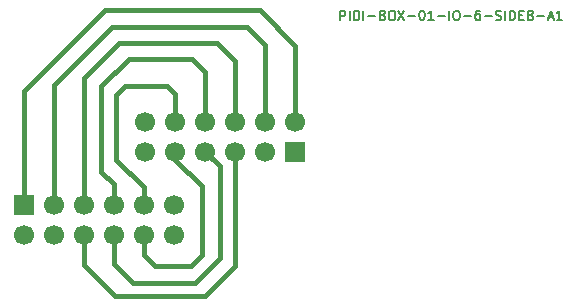
<source format=gbr>
%TF.GenerationSoftware,KiCad,Pcbnew,9.0.6-rc1*%
%TF.CreationDate,2025-10-18T13:39:51+01:00*%
%TF.ProjectId,PIDI-BOX-01-IO-6-SIDEB-A1,50494449-2d42-44f5-982d-30312d494f2d,rev?*%
%TF.SameCoordinates,Original*%
%TF.FileFunction,Copper,L1,Top*%
%TF.FilePolarity,Positive*%
%FSLAX46Y46*%
G04 Gerber Fmt 4.6, Leading zero omitted, Abs format (unit mm)*
G04 Created by KiCad (PCBNEW 9.0.6-rc1) date 2025-10-18 13:39:51*
%MOMM*%
%LPD*%
G01*
G04 APERTURE LIST*
%ADD10C,0.150000*%
%TA.AperFunction,NonConductor*%
%ADD11C,0.150000*%
%TD*%
%TA.AperFunction,ComponentPad*%
%ADD12C,1.700000*%
%TD*%
%TA.AperFunction,ComponentPad*%
%ADD13R,1.700000X1.700000*%
%TD*%
%TA.AperFunction,Conductor*%
%ADD14C,0.400000*%
%TD*%
G04 APERTURE END LIST*
D10*
D11*
X131454760Y-80336095D02*
X131454760Y-79536095D01*
X131454760Y-79536095D02*
X131759522Y-79536095D01*
X131759522Y-79536095D02*
X131835712Y-79574190D01*
X131835712Y-79574190D02*
X131873807Y-79612285D01*
X131873807Y-79612285D02*
X131911903Y-79688476D01*
X131911903Y-79688476D02*
X131911903Y-79802761D01*
X131911903Y-79802761D02*
X131873807Y-79878952D01*
X131873807Y-79878952D02*
X131835712Y-79917047D01*
X131835712Y-79917047D02*
X131759522Y-79955142D01*
X131759522Y-79955142D02*
X131454760Y-79955142D01*
X132254760Y-80336095D02*
X132254760Y-79536095D01*
X132635712Y-80336095D02*
X132635712Y-79536095D01*
X132635712Y-79536095D02*
X132826188Y-79536095D01*
X132826188Y-79536095D02*
X132940474Y-79574190D01*
X132940474Y-79574190D02*
X133016664Y-79650380D01*
X133016664Y-79650380D02*
X133054759Y-79726571D01*
X133054759Y-79726571D02*
X133092855Y-79878952D01*
X133092855Y-79878952D02*
X133092855Y-79993238D01*
X133092855Y-79993238D02*
X133054759Y-80145619D01*
X133054759Y-80145619D02*
X133016664Y-80221809D01*
X133016664Y-80221809D02*
X132940474Y-80298000D01*
X132940474Y-80298000D02*
X132826188Y-80336095D01*
X132826188Y-80336095D02*
X132635712Y-80336095D01*
X133435712Y-80336095D02*
X133435712Y-79536095D01*
X133816664Y-80031333D02*
X134426188Y-80031333D01*
X135073806Y-79917047D02*
X135188092Y-79955142D01*
X135188092Y-79955142D02*
X135226187Y-79993238D01*
X135226187Y-79993238D02*
X135264283Y-80069428D01*
X135264283Y-80069428D02*
X135264283Y-80183714D01*
X135264283Y-80183714D02*
X135226187Y-80259904D01*
X135226187Y-80259904D02*
X135188092Y-80298000D01*
X135188092Y-80298000D02*
X135111902Y-80336095D01*
X135111902Y-80336095D02*
X134807140Y-80336095D01*
X134807140Y-80336095D02*
X134807140Y-79536095D01*
X134807140Y-79536095D02*
X135073806Y-79536095D01*
X135073806Y-79536095D02*
X135149997Y-79574190D01*
X135149997Y-79574190D02*
X135188092Y-79612285D01*
X135188092Y-79612285D02*
X135226187Y-79688476D01*
X135226187Y-79688476D02*
X135226187Y-79764666D01*
X135226187Y-79764666D02*
X135188092Y-79840857D01*
X135188092Y-79840857D02*
X135149997Y-79878952D01*
X135149997Y-79878952D02*
X135073806Y-79917047D01*
X135073806Y-79917047D02*
X134807140Y-79917047D01*
X135759521Y-79536095D02*
X135911902Y-79536095D01*
X135911902Y-79536095D02*
X135988092Y-79574190D01*
X135988092Y-79574190D02*
X136064283Y-79650380D01*
X136064283Y-79650380D02*
X136102378Y-79802761D01*
X136102378Y-79802761D02*
X136102378Y-80069428D01*
X136102378Y-80069428D02*
X136064283Y-80221809D01*
X136064283Y-80221809D02*
X135988092Y-80298000D01*
X135988092Y-80298000D02*
X135911902Y-80336095D01*
X135911902Y-80336095D02*
X135759521Y-80336095D01*
X135759521Y-80336095D02*
X135683330Y-80298000D01*
X135683330Y-80298000D02*
X135607140Y-80221809D01*
X135607140Y-80221809D02*
X135569044Y-80069428D01*
X135569044Y-80069428D02*
X135569044Y-79802761D01*
X135569044Y-79802761D02*
X135607140Y-79650380D01*
X135607140Y-79650380D02*
X135683330Y-79574190D01*
X135683330Y-79574190D02*
X135759521Y-79536095D01*
X136369044Y-79536095D02*
X136902378Y-80336095D01*
X136902378Y-79536095D02*
X136369044Y-80336095D01*
X137207140Y-80031333D02*
X137816664Y-80031333D01*
X138349997Y-79536095D02*
X138426187Y-79536095D01*
X138426187Y-79536095D02*
X138502378Y-79574190D01*
X138502378Y-79574190D02*
X138540473Y-79612285D01*
X138540473Y-79612285D02*
X138578568Y-79688476D01*
X138578568Y-79688476D02*
X138616663Y-79840857D01*
X138616663Y-79840857D02*
X138616663Y-80031333D01*
X138616663Y-80031333D02*
X138578568Y-80183714D01*
X138578568Y-80183714D02*
X138540473Y-80259904D01*
X138540473Y-80259904D02*
X138502378Y-80298000D01*
X138502378Y-80298000D02*
X138426187Y-80336095D01*
X138426187Y-80336095D02*
X138349997Y-80336095D01*
X138349997Y-80336095D02*
X138273806Y-80298000D01*
X138273806Y-80298000D02*
X138235711Y-80259904D01*
X138235711Y-80259904D02*
X138197616Y-80183714D01*
X138197616Y-80183714D02*
X138159520Y-80031333D01*
X138159520Y-80031333D02*
X138159520Y-79840857D01*
X138159520Y-79840857D02*
X138197616Y-79688476D01*
X138197616Y-79688476D02*
X138235711Y-79612285D01*
X138235711Y-79612285D02*
X138273806Y-79574190D01*
X138273806Y-79574190D02*
X138349997Y-79536095D01*
X139378568Y-80336095D02*
X138921425Y-80336095D01*
X139149997Y-80336095D02*
X139149997Y-79536095D01*
X139149997Y-79536095D02*
X139073806Y-79650380D01*
X139073806Y-79650380D02*
X138997616Y-79726571D01*
X138997616Y-79726571D02*
X138921425Y-79764666D01*
X139721426Y-80031333D02*
X140330950Y-80031333D01*
X140711902Y-80336095D02*
X140711902Y-79536095D01*
X141245235Y-79536095D02*
X141397616Y-79536095D01*
X141397616Y-79536095D02*
X141473806Y-79574190D01*
X141473806Y-79574190D02*
X141549997Y-79650380D01*
X141549997Y-79650380D02*
X141588092Y-79802761D01*
X141588092Y-79802761D02*
X141588092Y-80069428D01*
X141588092Y-80069428D02*
X141549997Y-80221809D01*
X141549997Y-80221809D02*
X141473806Y-80298000D01*
X141473806Y-80298000D02*
X141397616Y-80336095D01*
X141397616Y-80336095D02*
X141245235Y-80336095D01*
X141245235Y-80336095D02*
X141169044Y-80298000D01*
X141169044Y-80298000D02*
X141092854Y-80221809D01*
X141092854Y-80221809D02*
X141054758Y-80069428D01*
X141054758Y-80069428D02*
X141054758Y-79802761D01*
X141054758Y-79802761D02*
X141092854Y-79650380D01*
X141092854Y-79650380D02*
X141169044Y-79574190D01*
X141169044Y-79574190D02*
X141245235Y-79536095D01*
X141930949Y-80031333D02*
X142540473Y-80031333D01*
X143264282Y-79536095D02*
X143111901Y-79536095D01*
X143111901Y-79536095D02*
X143035710Y-79574190D01*
X143035710Y-79574190D02*
X142997615Y-79612285D01*
X142997615Y-79612285D02*
X142921425Y-79726571D01*
X142921425Y-79726571D02*
X142883329Y-79878952D01*
X142883329Y-79878952D02*
X142883329Y-80183714D01*
X142883329Y-80183714D02*
X142921425Y-80259904D01*
X142921425Y-80259904D02*
X142959520Y-80298000D01*
X142959520Y-80298000D02*
X143035710Y-80336095D01*
X143035710Y-80336095D02*
X143188091Y-80336095D01*
X143188091Y-80336095D02*
X143264282Y-80298000D01*
X143264282Y-80298000D02*
X143302377Y-80259904D01*
X143302377Y-80259904D02*
X143340472Y-80183714D01*
X143340472Y-80183714D02*
X143340472Y-79993238D01*
X143340472Y-79993238D02*
X143302377Y-79917047D01*
X143302377Y-79917047D02*
X143264282Y-79878952D01*
X143264282Y-79878952D02*
X143188091Y-79840857D01*
X143188091Y-79840857D02*
X143035710Y-79840857D01*
X143035710Y-79840857D02*
X142959520Y-79878952D01*
X142959520Y-79878952D02*
X142921425Y-79917047D01*
X142921425Y-79917047D02*
X142883329Y-79993238D01*
X143683330Y-80031333D02*
X144292854Y-80031333D01*
X144635710Y-80298000D02*
X144749996Y-80336095D01*
X144749996Y-80336095D02*
X144940472Y-80336095D01*
X144940472Y-80336095D02*
X145016663Y-80298000D01*
X145016663Y-80298000D02*
X145054758Y-80259904D01*
X145054758Y-80259904D02*
X145092853Y-80183714D01*
X145092853Y-80183714D02*
X145092853Y-80107523D01*
X145092853Y-80107523D02*
X145054758Y-80031333D01*
X145054758Y-80031333D02*
X145016663Y-79993238D01*
X145016663Y-79993238D02*
X144940472Y-79955142D01*
X144940472Y-79955142D02*
X144788091Y-79917047D01*
X144788091Y-79917047D02*
X144711901Y-79878952D01*
X144711901Y-79878952D02*
X144673806Y-79840857D01*
X144673806Y-79840857D02*
X144635710Y-79764666D01*
X144635710Y-79764666D02*
X144635710Y-79688476D01*
X144635710Y-79688476D02*
X144673806Y-79612285D01*
X144673806Y-79612285D02*
X144711901Y-79574190D01*
X144711901Y-79574190D02*
X144788091Y-79536095D01*
X144788091Y-79536095D02*
X144978568Y-79536095D01*
X144978568Y-79536095D02*
X145092853Y-79574190D01*
X145435711Y-80336095D02*
X145435711Y-79536095D01*
X145816663Y-80336095D02*
X145816663Y-79536095D01*
X145816663Y-79536095D02*
X146007139Y-79536095D01*
X146007139Y-79536095D02*
X146121425Y-79574190D01*
X146121425Y-79574190D02*
X146197615Y-79650380D01*
X146197615Y-79650380D02*
X146235710Y-79726571D01*
X146235710Y-79726571D02*
X146273806Y-79878952D01*
X146273806Y-79878952D02*
X146273806Y-79993238D01*
X146273806Y-79993238D02*
X146235710Y-80145619D01*
X146235710Y-80145619D02*
X146197615Y-80221809D01*
X146197615Y-80221809D02*
X146121425Y-80298000D01*
X146121425Y-80298000D02*
X146007139Y-80336095D01*
X146007139Y-80336095D02*
X145816663Y-80336095D01*
X146616663Y-79917047D02*
X146883329Y-79917047D01*
X146997615Y-80336095D02*
X146616663Y-80336095D01*
X146616663Y-80336095D02*
X146616663Y-79536095D01*
X146616663Y-79536095D02*
X146997615Y-79536095D01*
X147607139Y-79917047D02*
X147721425Y-79955142D01*
X147721425Y-79955142D02*
X147759520Y-79993238D01*
X147759520Y-79993238D02*
X147797616Y-80069428D01*
X147797616Y-80069428D02*
X147797616Y-80183714D01*
X147797616Y-80183714D02*
X147759520Y-80259904D01*
X147759520Y-80259904D02*
X147721425Y-80298000D01*
X147721425Y-80298000D02*
X147645235Y-80336095D01*
X147645235Y-80336095D02*
X147340473Y-80336095D01*
X147340473Y-80336095D02*
X147340473Y-79536095D01*
X147340473Y-79536095D02*
X147607139Y-79536095D01*
X147607139Y-79536095D02*
X147683330Y-79574190D01*
X147683330Y-79574190D02*
X147721425Y-79612285D01*
X147721425Y-79612285D02*
X147759520Y-79688476D01*
X147759520Y-79688476D02*
X147759520Y-79764666D01*
X147759520Y-79764666D02*
X147721425Y-79840857D01*
X147721425Y-79840857D02*
X147683330Y-79878952D01*
X147683330Y-79878952D02*
X147607139Y-79917047D01*
X147607139Y-79917047D02*
X147340473Y-79917047D01*
X148140473Y-80031333D02*
X148749997Y-80031333D01*
X149092853Y-80107523D02*
X149473806Y-80107523D01*
X149016663Y-80336095D02*
X149283330Y-79536095D01*
X149283330Y-79536095D02*
X149549996Y-80336095D01*
X150235710Y-80336095D02*
X149778567Y-80336095D01*
X150007139Y-80336095D02*
X150007139Y-79536095D01*
X150007139Y-79536095D02*
X149930948Y-79650380D01*
X149930948Y-79650380D02*
X149854758Y-79726571D01*
X149854758Y-79726571D02*
X149778567Y-79764666D01*
D12*
%TO.P,J1,12,Pin_12*%
%TO.N,Net-(J1-Pin_12)*%
X117373000Y-98540000D03*
%TO.P,J1,11,Pin_11*%
%TO.N,Net-(J1-Pin_11)*%
X117373000Y-96000000D03*
%TO.P,J1,10,Pin_10*%
%TO.N,Net-(J1-Pin_10)*%
X114833000Y-98540000D03*
%TO.P,J1,9,Pin_9*%
%TO.N,Net-(J1-Pin_9)*%
X114833000Y-96000000D03*
%TO.P,J1,8,Pin_8*%
%TO.N,Net-(J1-Pin_8)*%
X112293000Y-98540000D03*
%TO.P,J1,7,Pin_7*%
%TO.N,Net-(J1-Pin_7)*%
X112293000Y-96000000D03*
%TO.P,J1,6,Pin_6*%
%TO.N,Net-(J1-Pin_6)*%
X109753000Y-98540000D03*
%TO.P,J1,5,Pin_5*%
%TO.N,Net-(J1-Pin_5)*%
X109753000Y-96000000D03*
%TO.P,J1,4,Pin_4*%
%TO.N,Net-(J1-Pin_4)*%
X107213000Y-98540000D03*
%TO.P,J1,3,Pin_3*%
%TO.N,Net-(J1-Pin_3)*%
X107213000Y-96000000D03*
%TO.P,J1,2,Pin_2*%
%TO.N,Net-(J1-Pin_2)*%
X104673000Y-98540000D03*
D13*
%TO.P,J1,1,Pin_1*%
%TO.N,Net-(J1-Pin_1)*%
X104673000Y-96000000D03*
%TD*%
%TO.P,J2,1,Pin_1*%
%TO.N,Net-(J1-Pin_2)*%
X127660400Y-91500000D03*
D12*
%TO.P,J2,2,Pin_2*%
%TO.N,Net-(J1-Pin_1)*%
X127660400Y-88960000D03*
%TO.P,J2,3,Pin_3*%
%TO.N,Net-(J1-Pin_4)*%
X125120400Y-91500000D03*
%TO.P,J2,4,Pin_4*%
%TO.N,Net-(J1-Pin_3)*%
X125120400Y-88960000D03*
%TO.P,J2,5,Pin_5*%
%TO.N,Net-(J1-Pin_6)*%
X122580400Y-91500000D03*
%TO.P,J2,6,Pin_6*%
%TO.N,Net-(J1-Pin_5)*%
X122580400Y-88960000D03*
%TO.P,J2,7,Pin_7*%
%TO.N,Net-(J1-Pin_8)*%
X120040400Y-91500000D03*
%TO.P,J2,8,Pin_8*%
%TO.N,Net-(J1-Pin_7)*%
X120040400Y-88960000D03*
%TO.P,J2,9,Pin_9*%
%TO.N,Net-(J1-Pin_10)*%
X117500400Y-91500000D03*
%TO.P,J2,10,Pin_10*%
%TO.N,Net-(J1-Pin_9)*%
X117500400Y-88960000D03*
%TO.P,J2,11,Pin_11*%
%TO.N,Net-(J1-Pin_12)*%
X114960400Y-91500000D03*
%TO.P,J2,12,Pin_12*%
%TO.N,Net-(J1-Pin_11)*%
X114960400Y-88960000D03*
%TD*%
D14*
%TO.N,Net-(J1-Pin_7)*%
X111252000Y-93167200D02*
X112293000Y-94208200D01*
X113588800Y-83616800D02*
X111252000Y-85953600D01*
X111252000Y-85953600D02*
X111252000Y-93167200D01*
X120040400Y-84734400D02*
X118922800Y-83616800D01*
X112293000Y-94208200D02*
X112293000Y-96000000D01*
X120040400Y-88960000D02*
X120040400Y-84734400D01*
X118922800Y-83616800D02*
X113588800Y-83616800D01*
%TO.N,Net-(J1-Pin_5)*%
X112776000Y-82245200D02*
X121005600Y-82245200D01*
X109753000Y-85268200D02*
X112776000Y-82245200D01*
X121005600Y-82245200D02*
X122580400Y-83820000D01*
X109753000Y-96000000D02*
X109753000Y-85268200D01*
X122580400Y-83820000D02*
X122580400Y-88960000D01*
%TO.N,Net-(J1-Pin_3)*%
X112115600Y-80899000D02*
X107213000Y-85801600D01*
X123571000Y-80899000D02*
X112115600Y-80899000D01*
X125120400Y-88960000D02*
X125120400Y-82448400D01*
X125120400Y-82448400D02*
X123571000Y-80899000D01*
X107213000Y-85801600D02*
X107213000Y-96000000D01*
%TO.N,Net-(J1-Pin_1)*%
X127660400Y-82499200D02*
X127660400Y-88960000D01*
X124637800Y-79476600D02*
X127660400Y-82499200D01*
X111582200Y-79476600D02*
X124637800Y-79476600D01*
X104673000Y-86385800D02*
X111582200Y-79476600D01*
X104673000Y-96000000D02*
X104673000Y-86385800D01*
%TO.N,Net-(J1-Pin_10)*%
X119735600Y-100253800D02*
X119735600Y-94386400D01*
X117500400Y-92151200D02*
X117500400Y-91500000D01*
X118821200Y-101168200D02*
X119735600Y-100253800D01*
X114833000Y-100228000D02*
X115773200Y-101168200D01*
X119735600Y-94386400D02*
X117500400Y-92151200D01*
X114833000Y-98540000D02*
X114833000Y-100228000D01*
X115773200Y-101168200D02*
X118821200Y-101168200D01*
%TO.N,Net-(J1-Pin_8)*%
X119176800Y-102565200D02*
X113893600Y-102565200D01*
X121259600Y-100482400D02*
X119176800Y-102565200D01*
X112293000Y-100964600D02*
X112293000Y-98540000D01*
X121259600Y-92719200D02*
X121259600Y-100482400D01*
X120040400Y-91500000D02*
X121259600Y-92719200D01*
X113893600Y-102565200D02*
X112293000Y-100964600D01*
%TO.N,Net-(J1-Pin_6)*%
X109753000Y-101066200D02*
X109753000Y-98540000D01*
X112420400Y-103733600D02*
X109753000Y-101066200D01*
X122580400Y-101193600D02*
X120040400Y-103733600D01*
X120040400Y-103733600D02*
X112420400Y-103733600D01*
X122580400Y-91000000D02*
X122580400Y-101193600D01*
%TO.N,Net-(J1-Pin_9)*%
X116840000Y-85953600D02*
X117500400Y-86614000D01*
X113284000Y-85953600D02*
X116840000Y-85953600D01*
X112522000Y-92151200D02*
X112522000Y-86715600D01*
X112522000Y-86715600D02*
X113284000Y-85953600D01*
X114833000Y-94462200D02*
X112522000Y-92151200D01*
X117500400Y-86614000D02*
X117500400Y-88960000D01*
X114833000Y-96000000D02*
X114833000Y-94462200D01*
X114833000Y-95686200D02*
X114833000Y-96000000D01*
%TO.N,Net-(J1-Pin_8)*%
X120040400Y-90881200D02*
X120040400Y-91500000D01*
%TD*%
M02*

</source>
